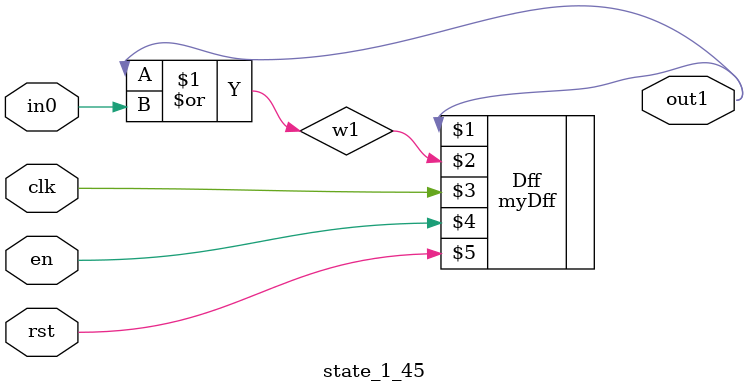
<source format=v>
module engine_1(out,clk,sod,en, in_1_0, in_1_1, in_1_2, in_1_3, in_1_4, in_1_5, in_1_6, in_1_7, in_1_10, in_1_11, in_1_12, in_1_13, in_1_14, in_1_15, in_1_16, in_1_17, in_1_18, in_1_19, in_1_20);
//pcre: /W°e°l°c°o°m°e°\s+°t°o°\s+°t°h°e°\s+°O°m°n°i°q°u°a°d°\s+°F°i°l°e°\s+°T°r°a°n°s°f°e°r°\s+°S°e°r°v°e°r/smi
//block char: a[0], d[1], v[2], n[3], c[4], e[5], \x20[6], s[7], r[10], o[11], t[12], F[13], W[14], l[15], m[16], h[17], i[18], q[19], u[20], 

	input clk,sod,en;

	input in_1_0, in_1_1, in_1_2, in_1_3, in_1_4, in_1_5, in_1_6, in_1_7, in_1_10, in_1_11, in_1_12, in_1_13, in_1_14, in_1_15, in_1_16, in_1_17, in_1_18, in_1_19, in_1_20;
	output out;


	state_1_0 St_0 (y1,1'b0,clk,en,sod);
	assign w0 = ~y1;
	state_1_1 BS_1_1 (w1,in_1_14,clk,en,sod,w0);
	state_1_2 BS_1_2 (w2,in_1_5,clk,en,sod,w1);
	state_1_3 BS_1_3 (w3,in_1_15,clk,en,sod,w2);
	state_1_4 BS_1_4 (w4,in_1_4,clk,en,sod,w3);
	state_1_5 BS_1_5 (w5,in_1_11,clk,en,sod,w4);
	state_1_6 BS_1_6 (w6,in_1_16,clk,en,sod,w5);
	state_1_7 BS_1_7 (w7,in_1_5,clk,en,sod,w6);
	state_1_8 BS_1_8 (w8,in_1_6,clk,en,sod,w8,w7);
	state_1_9 BS_1_9 (w9,in_1_12,clk,en,sod,w8);
	state_1_10 BS_1_10 (w10,in_1_11,clk,en,sod,w9);
	state_1_11 BS_1_11 (w11,in_1_6,clk,en,sod,w11,w10);
	state_1_12 BS_1_12 (w12,in_1_12,clk,en,sod,w11);
	state_1_13 BS_1_13 (w13,in_1_17,clk,en,sod,w12);
	state_1_14 BS_1_14 (w14,in_1_5,clk,en,sod,w13);
	state_1_15 BS_1_15 (w15,in_1_6,clk,en,sod,w15,w14);
	state_1_16 BS_1_16 (w16,in_1_11,clk,en,sod,w15);
	state_1_17 BS_1_17 (w17,in_1_16,clk,en,sod,w16);
	state_1_18 BS_1_18 (w18,in_1_3,clk,en,sod,w17);
	state_1_19 BS_1_19 (w19,in_1_18,clk,en,sod,w18);
	state_1_20 BS_1_20 (w20,in_1_19,clk,en,sod,w19);
	state_1_21 BS_1_21 (w21,in_1_20,clk,en,sod,w20);
	state_1_22 BS_1_22 (w22,in_1_0,clk,en,sod,w21);
	state_1_23 BS_1_23 (w23,in_1_1,clk,en,sod,w22);
	state_1_24 BS_1_24 (w24,in_1_6,clk,en,sod,w24,w23);
	state_1_25 BS_1_25 (w25,in_1_13,clk,en,sod,w24);
	state_1_26 BS_1_26 (w26,in_1_18,clk,en,sod,w25);
	state_1_27 BS_1_27 (w27,in_1_15,clk,en,sod,w26);
	state_1_28 BS_1_28 (w28,in_1_5,clk,en,sod,w27);
	state_1_29 BS_1_29 (w29,in_1_6,clk,en,sod,w29,w28);
	state_1_30 BS_1_30 (w30,in_1_12,clk,en,sod,w29);
	state_1_31 BS_1_31 (w31,in_1_10,clk,en,sod,w30);
	state_1_32 BS_1_32 (w32,in_1_0,clk,en,sod,w31);
	state_1_33 BS_1_33 (w33,in_1_3,clk,en,sod,w32);
	state_1_34 BS_1_34 (w34,in_1_7,clk,en,sod,w33);
	state_1_35 BS_1_35 (w35,in_1_13,clk,en,sod,w34);
	state_1_36 BS_1_36 (w36,in_1_5,clk,en,sod,w35);
	state_1_37 BS_1_37 (w37,in_1_10,clk,en,sod,w36);
	state_1_38 BS_1_38 (w38,in_1_6,clk,en,sod,w38,w37);
	state_1_39 BS_1_39 (w39,in_1_7,clk,en,sod,w38);
	state_1_40 BS_1_40 (w40,in_1_5,clk,en,sod,w39);
	state_1_41 BS_1_41 (w41,in_1_10,clk,en,sod,w40);
	state_1_42 BS_1_42 (w42,in_1_2,clk,en,sod,w41);
	state_1_43 BS_1_43 (w43,in_1_5,clk,en,sod,w42);
	state_1_44 BS_1_44 (w44,in_1_10,clk,en,sod,w43);
	state_1_45 BS_1_45 (out,clk,en,sod,w44);
endmodule

module state_1_0(out1,in1,clk,en,rst);
	input in1,clk,rst,en;
	output out1;
	myDff Dff (out1,in1,clk,en,rst);
endmodule

module state_1_1(out1,in_char,clk,en,rst,in0);
	input in_char,clk,en,rst,in0;
	output out1;
	wire w1,w2;
	assign w1 = in0; 
	and(w2,in_char,w1);
	myDff Dff (out1,w2,clk,en,rst);
endmodule

module state_1_2(out1,in_char,clk,en,rst,in0);
	input in_char,clk,en,rst,in0;
	output out1;
	wire w1,w2;
	assign w1 = in0; 
	and(w2,in_char,w1);
	myDff Dff (out1,w2,clk,en,rst);
endmodule

module state_1_3(out1,in_char,clk,en,rst,in0);
	input in_char,clk,en,rst,in0;
	output out1;
	wire w1,w2;
	assign w1 = in0; 
	and(w2,in_char,w1);
	myDff Dff (out1,w2,clk,en,rst);
endmodule

module state_1_4(out1,in_char,clk,en,rst,in0);
	input in_char,clk,en,rst,in0;
	output out1;
	wire w1,w2;
	assign w1 = in0; 
	and(w2,in_char,w1);
	myDff Dff (out1,w2,clk,en,rst);
endmodule

module state_1_5(out1,in_char,clk,en,rst,in0);
	input in_char,clk,en,rst,in0;
	output out1;
	wire w1,w2;
	assign w1 = in0; 
	and(w2,in_char,w1);
	myDff Dff (out1,w2,clk,en,rst);
endmodule

module state_1_6(out1,in_char,clk,en,rst,in0);
	input in_char,clk,en,rst,in0;
	output out1;
	wire w1,w2;
	assign w1 = in0; 
	and(w2,in_char,w1);
	myDff Dff (out1,w2,clk,en,rst);
endmodule

module state_1_7(out1,in_char,clk,en,rst,in0);
	input in_char,clk,en,rst,in0;
	output out1;
	wire w1,w2;
	assign w1 = in0; 
	and(w2,in_char,w1);
	myDff Dff (out1,w2,clk,en,rst);
endmodule

module state_1_8(out1,in_char,clk,en,rst,in0,in1);
	input in_char,clk,en,rst,in0,in1;
	output out1;
	wire w1,w2;
	or(w1,in0,in1);
	and(w2,in_char,w1);
	myDff Dff (out1,w2,clk,en,rst);
endmodule

module state_1_9(out1,in_char,clk,en,rst,in0);
	input in_char,clk,en,rst,in0;
	output out1;
	wire w1,w2;
	assign w1 = in0; 
	and(w2,in_char,w1);
	myDff Dff (out1,w2,clk,en,rst);
endmodule

module state_1_10(out1,in_char,clk,en,rst,in0);
	input in_char,clk,en,rst,in0;
	output out1;
	wire w1,w2;
	assign w1 = in0; 
	and(w2,in_char,w1);
	myDff Dff (out1,w2,clk,en,rst);
endmodule

module state_1_11(out1,in_char,clk,en,rst,in0,in1);
	input in_char,clk,en,rst,in0,in1;
	output out1;
	wire w1,w2;
	or(w1,in0,in1);
	and(w2,in_char,w1);
	myDff Dff (out1,w2,clk,en,rst);
endmodule

module state_1_12(out1,in_char,clk,en,rst,in0);
	input in_char,clk,en,rst,in0;
	output out1;
	wire w1,w2;
	assign w1 = in0; 
	and(w2,in_char,w1);
	myDff Dff (out1,w2,clk,en,rst);
endmodule

module state_1_13(out1,in_char,clk,en,rst,in0);
	input in_char,clk,en,rst,in0;
	output out1;
	wire w1,w2;
	assign w1 = in0; 
	and(w2,in_char,w1);
	myDff Dff (out1,w2,clk,en,rst);
endmodule

module state_1_14(out1,in_char,clk,en,rst,in0);
	input in_char,clk,en,rst,in0;
	output out1;
	wire w1,w2;
	assign w1 = in0; 
	and(w2,in_char,w1);
	myDff Dff (out1,w2,clk,en,rst);
endmodule

module state_1_15(out1,in_char,clk,en,rst,in0,in1);
	input in_char,clk,en,rst,in0,in1;
	output out1;
	wire w1,w2;
	or(w1,in0,in1);
	and(w2,in_char,w1);
	myDff Dff (out1,w2,clk,en,rst);
endmodule

module state_1_16(out1,in_char,clk,en,rst,in0);
	input in_char,clk,en,rst,in0;
	output out1;
	wire w1,w2;
	assign w1 = in0; 
	and(w2,in_char,w1);
	myDff Dff (out1,w2,clk,en,rst);
endmodule

module state_1_17(out1,in_char,clk,en,rst,in0);
	input in_char,clk,en,rst,in0;
	output out1;
	wire w1,w2;
	assign w1 = in0; 
	and(w2,in_char,w1);
	myDff Dff (out1,w2,clk,en,rst);
endmodule

module state_1_18(out1,in_char,clk,en,rst,in0);
	input in_char,clk,en,rst,in0;
	output out1;
	wire w1,w2;
	assign w1 = in0; 
	and(w2,in_char,w1);
	myDff Dff (out1,w2,clk,en,rst);
endmodule

module state_1_19(out1,in_char,clk,en,rst,in0);
	input in_char,clk,en,rst,in0;
	output out1;
	wire w1,w2;
	assign w1 = in0; 
	and(w2,in_char,w1);
	myDff Dff (out1,w2,clk,en,rst);
endmodule

module state_1_20(out1,in_char,clk,en,rst,in0);
	input in_char,clk,en,rst,in0;
	output out1;
	wire w1,w2;
	assign w1 = in0; 
	and(w2,in_char,w1);
	myDff Dff (out1,w2,clk,en,rst);
endmodule

module state_1_21(out1,in_char,clk,en,rst,in0);
	input in_char,clk,en,rst,in0;
	output out1;
	wire w1,w2;
	assign w1 = in0; 
	and(w2,in_char,w1);
	myDff Dff (out1,w2,clk,en,rst);
endmodule

module state_1_22(out1,in_char,clk,en,rst,in0);
	input in_char,clk,en,rst,in0;
	output out1;
	wire w1,w2;
	assign w1 = in0; 
	and(w2,in_char,w1);
	myDff Dff (out1,w2,clk,en,rst);
endmodule

module state_1_23(out1,in_char,clk,en,rst,in0);
	input in_char,clk,en,rst,in0;
	output out1;
	wire w1,w2;
	assign w1 = in0; 
	and(w2,in_char,w1);
	myDff Dff (out1,w2,clk,en,rst);
endmodule

module state_1_24(out1,in_char,clk,en,rst,in0,in1);
	input in_char,clk,en,rst,in0,in1;
	output out1;
	wire w1,w2;
	or(w1,in0,in1);
	and(w2,in_char,w1);
	myDff Dff (out1,w2,clk,en,rst);
endmodule

module state_1_25(out1,in_char,clk,en,rst,in0);
	input in_char,clk,en,rst,in0;
	output out1;
	wire w1,w2;
	assign w1 = in0; 
	and(w2,in_char,w1);
	myDff Dff (out1,w2,clk,en,rst);
endmodule

module state_1_26(out1,in_char,clk,en,rst,in0);
	input in_char,clk,en,rst,in0;
	output out1;
	wire w1,w2;
	assign w1 = in0; 
	and(w2,in_char,w1);
	myDff Dff (out1,w2,clk,en,rst);
endmodule

module state_1_27(out1,in_char,clk,en,rst,in0);
	input in_char,clk,en,rst,in0;
	output out1;
	wire w1,w2;
	assign w1 = in0; 
	and(w2,in_char,w1);
	myDff Dff (out1,w2,clk,en,rst);
endmodule

module state_1_28(out1,in_char,clk,en,rst,in0);
	input in_char,clk,en,rst,in0;
	output out1;
	wire w1,w2;
	assign w1 = in0; 
	and(w2,in_char,w1);
	myDff Dff (out1,w2,clk,en,rst);
endmodule

module state_1_29(out1,in_char,clk,en,rst,in0,in1);
	input in_char,clk,en,rst,in0,in1;
	output out1;
	wire w1,w2;
	or(w1,in0,in1);
	and(w2,in_char,w1);
	myDff Dff (out1,w2,clk,en,rst);
endmodule

module state_1_30(out1,in_char,clk,en,rst,in0);
	input in_char,clk,en,rst,in0;
	output out1;
	wire w1,w2;
	assign w1 = in0; 
	and(w2,in_char,w1);
	myDff Dff (out1,w2,clk,en,rst);
endmodule

module state_1_31(out1,in_char,clk,en,rst,in0);
	input in_char,clk,en,rst,in0;
	output out1;
	wire w1,w2;
	assign w1 = in0; 
	and(w2,in_char,w1);
	myDff Dff (out1,w2,clk,en,rst);
endmodule

module state_1_32(out1,in_char,clk,en,rst,in0);
	input in_char,clk,en,rst,in0;
	output out1;
	wire w1,w2;
	assign w1 = in0; 
	and(w2,in_char,w1);
	myDff Dff (out1,w2,clk,en,rst);
endmodule

module state_1_33(out1,in_char,clk,en,rst,in0);
	input in_char,clk,en,rst,in0;
	output out1;
	wire w1,w2;
	assign w1 = in0; 
	and(w2,in_char,w1);
	myDff Dff (out1,w2,clk,en,rst);
endmodule

module state_1_34(out1,in_char,clk,en,rst,in0);
	input in_char,clk,en,rst,in0;
	output out1;
	wire w1,w2;
	assign w1 = in0; 
	and(w2,in_char,w1);
	myDff Dff (out1,w2,clk,en,rst);
endmodule

module state_1_35(out1,in_char,clk,en,rst,in0);
	input in_char,clk,en,rst,in0;
	output out1;
	wire w1,w2;
	assign w1 = in0; 
	and(w2,in_char,w1);
	myDff Dff (out1,w2,clk,en,rst);
endmodule

module state_1_36(out1,in_char,clk,en,rst,in0);
	input in_char,clk,en,rst,in0;
	output out1;
	wire w1,w2;
	assign w1 = in0; 
	and(w2,in_char,w1);
	myDff Dff (out1,w2,clk,en,rst);
endmodule

module state_1_37(out1,in_char,clk,en,rst,in0);
	input in_char,clk,en,rst,in0;
	output out1;
	wire w1,w2;
	assign w1 = in0; 
	and(w2,in_char,w1);
	myDff Dff (out1,w2,clk,en,rst);
endmodule

module state_1_38(out1,in_char,clk,en,rst,in0,in1);
	input in_char,clk,en,rst,in0,in1;
	output out1;
	wire w1,w2;
	or(w1,in0,in1);
	and(w2,in_char,w1);
	myDff Dff (out1,w2,clk,en,rst);
endmodule

module state_1_39(out1,in_char,clk,en,rst,in0);
	input in_char,clk,en,rst,in0;
	output out1;
	wire w1,w2;
	assign w1 = in0; 
	and(w2,in_char,w1);
	myDff Dff (out1,w2,clk,en,rst);
endmodule

module state_1_40(out1,in_char,clk,en,rst,in0);
	input in_char,clk,en,rst,in0;
	output out1;
	wire w1,w2;
	assign w1 = in0; 
	and(w2,in_char,w1);
	myDff Dff (out1,w2,clk,en,rst);
endmodule

module state_1_41(out1,in_char,clk,en,rst,in0);
	input in_char,clk,en,rst,in0;
	output out1;
	wire w1,w2;
	assign w1 = in0; 
	and(w2,in_char,w1);
	myDff Dff (out1,w2,clk,en,rst);
endmodule

module state_1_42(out1,in_char,clk,en,rst,in0);
	input in_char,clk,en,rst,in0;
	output out1;
	wire w1,w2;
	assign w1 = in0; 
	and(w2,in_char,w1);
	myDff Dff (out1,w2,clk,en,rst);
endmodule

module state_1_43(out1,in_char,clk,en,rst,in0);
	input in_char,clk,en,rst,in0;
	output out1;
	wire w1,w2;
	assign w1 = in0; 
	and(w2,in_char,w1);
	myDff Dff (out1,w2,clk,en,rst);
endmodule

module state_1_44(out1,in_char,clk,en,rst,in0);
	input in_char,clk,en,rst,in0;
	output out1;
	wire w1,w2;
	assign w1 = in0; 
	and(w2,in_char,w1);
	myDff Dff (out1,w2,clk,en,rst);
endmodule

module state_1_45(out1,clk,en,rst,in0);
	input clk,rst,en,in0;
	output out1;
	wire w1;
	or(w1,out1,in0);
	myDff Dff (out1,w1,clk,en,rst);
endmodule


</source>
